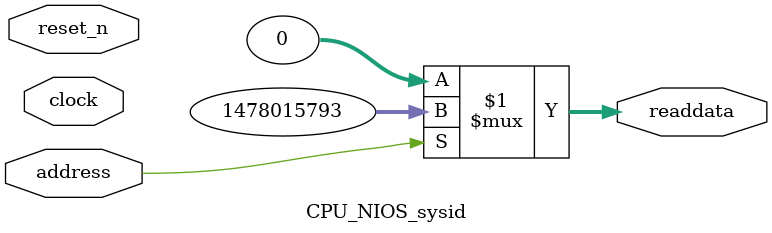
<source format=v>

`timescale 1ns / 1ps
// synthesis translate_on

// turn off superfluous verilog processor warnings 
// altera message_level Level1 
// altera message_off 10034 10035 10036 10037 10230 10240 10030 

module CPU_NIOS_sysid (
               // inputs:
                address,
                clock,
                reset_n,

               // outputs:
                readdata
             )
;

  output  [ 31: 0] readdata;
  input            address;
  input            clock;
  input            reset_n;

  wire    [ 31: 0] readdata;
  //control_slave, which is an e_avalon_slave
  assign readdata = address ? 1478015793 : 0;

endmodule




</source>
